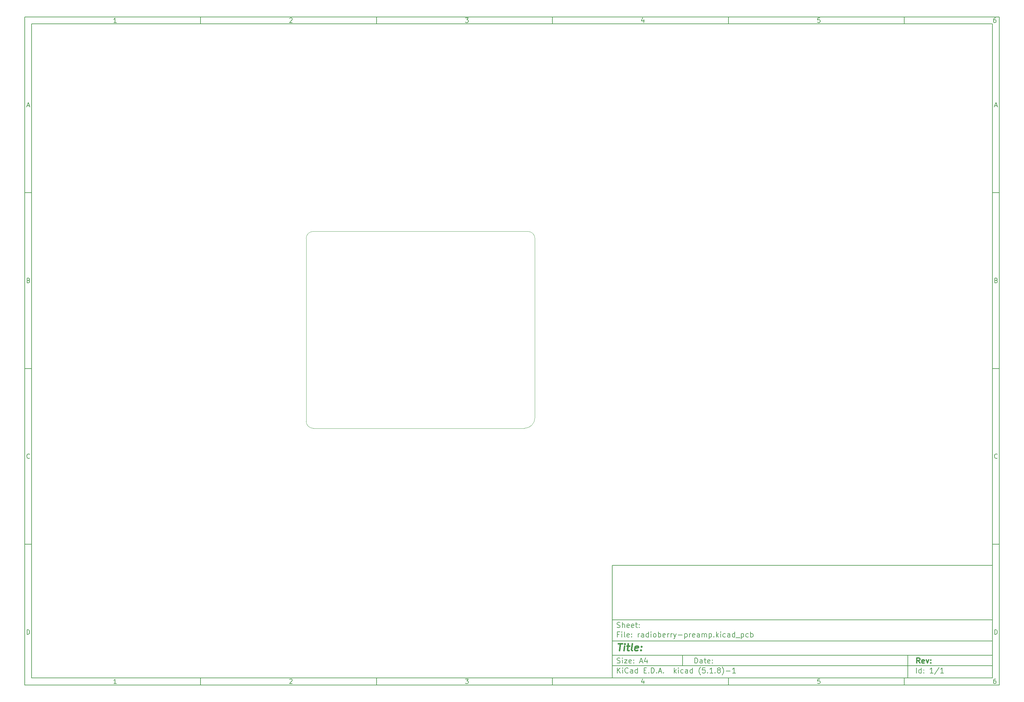
<source format=gm1>
%TF.GenerationSoftware,KiCad,Pcbnew,(5.1.8)-1*%
%TF.CreationDate,2020-12-20T16:15:32+01:00*%
%TF.ProjectId,radioberry-preamp,72616469-6f62-4657-9272-792d70726561,rev?*%
%TF.SameCoordinates,Original*%
%TF.FileFunction,Profile,NP*%
%FSLAX46Y46*%
G04 Gerber Fmt 4.6, Leading zero omitted, Abs format (unit mm)*
G04 Created by KiCad (PCBNEW (5.1.8)-1) date 2020-12-20 16:15:32*
%MOMM*%
%LPD*%
G01*
G04 APERTURE LIST*
%ADD10C,0.100000*%
%ADD11C,0.150000*%
%ADD12C,0.300000*%
%ADD13C,0.400000*%
%TA.AperFunction,Profile*%
%ADD14C,0.050000*%
%TD*%
G04 APERTURE END LIST*
D10*
D11*
X177002200Y-166007200D02*
X177002200Y-198007200D01*
X285002200Y-198007200D01*
X285002200Y-166007200D01*
X177002200Y-166007200D01*
D10*
D11*
X10000000Y-10000000D02*
X10000000Y-200007200D01*
X287002200Y-200007200D01*
X287002200Y-10000000D01*
X10000000Y-10000000D01*
D10*
D11*
X12000000Y-12000000D02*
X12000000Y-198007200D01*
X285002200Y-198007200D01*
X285002200Y-12000000D01*
X12000000Y-12000000D01*
D10*
D11*
X60000000Y-12000000D02*
X60000000Y-10000000D01*
D10*
D11*
X110000000Y-12000000D02*
X110000000Y-10000000D01*
D10*
D11*
X160000000Y-12000000D02*
X160000000Y-10000000D01*
D10*
D11*
X210000000Y-12000000D02*
X210000000Y-10000000D01*
D10*
D11*
X260000000Y-12000000D02*
X260000000Y-10000000D01*
D10*
D11*
X36065476Y-11588095D02*
X35322619Y-11588095D01*
X35694047Y-11588095D02*
X35694047Y-10288095D01*
X35570238Y-10473809D01*
X35446428Y-10597619D01*
X35322619Y-10659523D01*
D10*
D11*
X85322619Y-10411904D02*
X85384523Y-10350000D01*
X85508333Y-10288095D01*
X85817857Y-10288095D01*
X85941666Y-10350000D01*
X86003571Y-10411904D01*
X86065476Y-10535714D01*
X86065476Y-10659523D01*
X86003571Y-10845238D01*
X85260714Y-11588095D01*
X86065476Y-11588095D01*
D10*
D11*
X135260714Y-10288095D02*
X136065476Y-10288095D01*
X135632142Y-10783333D01*
X135817857Y-10783333D01*
X135941666Y-10845238D01*
X136003571Y-10907142D01*
X136065476Y-11030952D01*
X136065476Y-11340476D01*
X136003571Y-11464285D01*
X135941666Y-11526190D01*
X135817857Y-11588095D01*
X135446428Y-11588095D01*
X135322619Y-11526190D01*
X135260714Y-11464285D01*
D10*
D11*
X185941666Y-10721428D02*
X185941666Y-11588095D01*
X185632142Y-10226190D02*
X185322619Y-11154761D01*
X186127380Y-11154761D01*
D10*
D11*
X236003571Y-10288095D02*
X235384523Y-10288095D01*
X235322619Y-10907142D01*
X235384523Y-10845238D01*
X235508333Y-10783333D01*
X235817857Y-10783333D01*
X235941666Y-10845238D01*
X236003571Y-10907142D01*
X236065476Y-11030952D01*
X236065476Y-11340476D01*
X236003571Y-11464285D01*
X235941666Y-11526190D01*
X235817857Y-11588095D01*
X235508333Y-11588095D01*
X235384523Y-11526190D01*
X235322619Y-11464285D01*
D10*
D11*
X285941666Y-10288095D02*
X285694047Y-10288095D01*
X285570238Y-10350000D01*
X285508333Y-10411904D01*
X285384523Y-10597619D01*
X285322619Y-10845238D01*
X285322619Y-11340476D01*
X285384523Y-11464285D01*
X285446428Y-11526190D01*
X285570238Y-11588095D01*
X285817857Y-11588095D01*
X285941666Y-11526190D01*
X286003571Y-11464285D01*
X286065476Y-11340476D01*
X286065476Y-11030952D01*
X286003571Y-10907142D01*
X285941666Y-10845238D01*
X285817857Y-10783333D01*
X285570238Y-10783333D01*
X285446428Y-10845238D01*
X285384523Y-10907142D01*
X285322619Y-11030952D01*
D10*
D11*
X60000000Y-198007200D02*
X60000000Y-200007200D01*
D10*
D11*
X110000000Y-198007200D02*
X110000000Y-200007200D01*
D10*
D11*
X160000000Y-198007200D02*
X160000000Y-200007200D01*
D10*
D11*
X210000000Y-198007200D02*
X210000000Y-200007200D01*
D10*
D11*
X260000000Y-198007200D02*
X260000000Y-200007200D01*
D10*
D11*
X36065476Y-199595295D02*
X35322619Y-199595295D01*
X35694047Y-199595295D02*
X35694047Y-198295295D01*
X35570238Y-198481009D01*
X35446428Y-198604819D01*
X35322619Y-198666723D01*
D10*
D11*
X85322619Y-198419104D02*
X85384523Y-198357200D01*
X85508333Y-198295295D01*
X85817857Y-198295295D01*
X85941666Y-198357200D01*
X86003571Y-198419104D01*
X86065476Y-198542914D01*
X86065476Y-198666723D01*
X86003571Y-198852438D01*
X85260714Y-199595295D01*
X86065476Y-199595295D01*
D10*
D11*
X135260714Y-198295295D02*
X136065476Y-198295295D01*
X135632142Y-198790533D01*
X135817857Y-198790533D01*
X135941666Y-198852438D01*
X136003571Y-198914342D01*
X136065476Y-199038152D01*
X136065476Y-199347676D01*
X136003571Y-199471485D01*
X135941666Y-199533390D01*
X135817857Y-199595295D01*
X135446428Y-199595295D01*
X135322619Y-199533390D01*
X135260714Y-199471485D01*
D10*
D11*
X185941666Y-198728628D02*
X185941666Y-199595295D01*
X185632142Y-198233390D02*
X185322619Y-199161961D01*
X186127380Y-199161961D01*
D10*
D11*
X236003571Y-198295295D02*
X235384523Y-198295295D01*
X235322619Y-198914342D01*
X235384523Y-198852438D01*
X235508333Y-198790533D01*
X235817857Y-198790533D01*
X235941666Y-198852438D01*
X236003571Y-198914342D01*
X236065476Y-199038152D01*
X236065476Y-199347676D01*
X236003571Y-199471485D01*
X235941666Y-199533390D01*
X235817857Y-199595295D01*
X235508333Y-199595295D01*
X235384523Y-199533390D01*
X235322619Y-199471485D01*
D10*
D11*
X285941666Y-198295295D02*
X285694047Y-198295295D01*
X285570238Y-198357200D01*
X285508333Y-198419104D01*
X285384523Y-198604819D01*
X285322619Y-198852438D01*
X285322619Y-199347676D01*
X285384523Y-199471485D01*
X285446428Y-199533390D01*
X285570238Y-199595295D01*
X285817857Y-199595295D01*
X285941666Y-199533390D01*
X286003571Y-199471485D01*
X286065476Y-199347676D01*
X286065476Y-199038152D01*
X286003571Y-198914342D01*
X285941666Y-198852438D01*
X285817857Y-198790533D01*
X285570238Y-198790533D01*
X285446428Y-198852438D01*
X285384523Y-198914342D01*
X285322619Y-199038152D01*
D10*
D11*
X10000000Y-60000000D02*
X12000000Y-60000000D01*
D10*
D11*
X10000000Y-110000000D02*
X12000000Y-110000000D01*
D10*
D11*
X10000000Y-160000000D02*
X12000000Y-160000000D01*
D10*
D11*
X10690476Y-35216666D02*
X11309523Y-35216666D01*
X10566666Y-35588095D02*
X11000000Y-34288095D01*
X11433333Y-35588095D01*
D10*
D11*
X11092857Y-84907142D02*
X11278571Y-84969047D01*
X11340476Y-85030952D01*
X11402380Y-85154761D01*
X11402380Y-85340476D01*
X11340476Y-85464285D01*
X11278571Y-85526190D01*
X11154761Y-85588095D01*
X10659523Y-85588095D01*
X10659523Y-84288095D01*
X11092857Y-84288095D01*
X11216666Y-84350000D01*
X11278571Y-84411904D01*
X11340476Y-84535714D01*
X11340476Y-84659523D01*
X11278571Y-84783333D01*
X11216666Y-84845238D01*
X11092857Y-84907142D01*
X10659523Y-84907142D01*
D10*
D11*
X11402380Y-135464285D02*
X11340476Y-135526190D01*
X11154761Y-135588095D01*
X11030952Y-135588095D01*
X10845238Y-135526190D01*
X10721428Y-135402380D01*
X10659523Y-135278571D01*
X10597619Y-135030952D01*
X10597619Y-134845238D01*
X10659523Y-134597619D01*
X10721428Y-134473809D01*
X10845238Y-134350000D01*
X11030952Y-134288095D01*
X11154761Y-134288095D01*
X11340476Y-134350000D01*
X11402380Y-134411904D01*
D10*
D11*
X10659523Y-185588095D02*
X10659523Y-184288095D01*
X10969047Y-184288095D01*
X11154761Y-184350000D01*
X11278571Y-184473809D01*
X11340476Y-184597619D01*
X11402380Y-184845238D01*
X11402380Y-185030952D01*
X11340476Y-185278571D01*
X11278571Y-185402380D01*
X11154761Y-185526190D01*
X10969047Y-185588095D01*
X10659523Y-185588095D01*
D10*
D11*
X287002200Y-60000000D02*
X285002200Y-60000000D01*
D10*
D11*
X287002200Y-110000000D02*
X285002200Y-110000000D01*
D10*
D11*
X287002200Y-160000000D02*
X285002200Y-160000000D01*
D10*
D11*
X285692676Y-35216666D02*
X286311723Y-35216666D01*
X285568866Y-35588095D02*
X286002200Y-34288095D01*
X286435533Y-35588095D01*
D10*
D11*
X286095057Y-84907142D02*
X286280771Y-84969047D01*
X286342676Y-85030952D01*
X286404580Y-85154761D01*
X286404580Y-85340476D01*
X286342676Y-85464285D01*
X286280771Y-85526190D01*
X286156961Y-85588095D01*
X285661723Y-85588095D01*
X285661723Y-84288095D01*
X286095057Y-84288095D01*
X286218866Y-84350000D01*
X286280771Y-84411904D01*
X286342676Y-84535714D01*
X286342676Y-84659523D01*
X286280771Y-84783333D01*
X286218866Y-84845238D01*
X286095057Y-84907142D01*
X285661723Y-84907142D01*
D10*
D11*
X286404580Y-135464285D02*
X286342676Y-135526190D01*
X286156961Y-135588095D01*
X286033152Y-135588095D01*
X285847438Y-135526190D01*
X285723628Y-135402380D01*
X285661723Y-135278571D01*
X285599819Y-135030952D01*
X285599819Y-134845238D01*
X285661723Y-134597619D01*
X285723628Y-134473809D01*
X285847438Y-134350000D01*
X286033152Y-134288095D01*
X286156961Y-134288095D01*
X286342676Y-134350000D01*
X286404580Y-134411904D01*
D10*
D11*
X285661723Y-185588095D02*
X285661723Y-184288095D01*
X285971247Y-184288095D01*
X286156961Y-184350000D01*
X286280771Y-184473809D01*
X286342676Y-184597619D01*
X286404580Y-184845238D01*
X286404580Y-185030952D01*
X286342676Y-185278571D01*
X286280771Y-185402380D01*
X286156961Y-185526190D01*
X285971247Y-185588095D01*
X285661723Y-185588095D01*
D10*
D11*
X200434342Y-193785771D02*
X200434342Y-192285771D01*
X200791485Y-192285771D01*
X201005771Y-192357200D01*
X201148628Y-192500057D01*
X201220057Y-192642914D01*
X201291485Y-192928628D01*
X201291485Y-193142914D01*
X201220057Y-193428628D01*
X201148628Y-193571485D01*
X201005771Y-193714342D01*
X200791485Y-193785771D01*
X200434342Y-193785771D01*
X202577200Y-193785771D02*
X202577200Y-193000057D01*
X202505771Y-192857200D01*
X202362914Y-192785771D01*
X202077200Y-192785771D01*
X201934342Y-192857200D01*
X202577200Y-193714342D02*
X202434342Y-193785771D01*
X202077200Y-193785771D01*
X201934342Y-193714342D01*
X201862914Y-193571485D01*
X201862914Y-193428628D01*
X201934342Y-193285771D01*
X202077200Y-193214342D01*
X202434342Y-193214342D01*
X202577200Y-193142914D01*
X203077200Y-192785771D02*
X203648628Y-192785771D01*
X203291485Y-192285771D02*
X203291485Y-193571485D01*
X203362914Y-193714342D01*
X203505771Y-193785771D01*
X203648628Y-193785771D01*
X204720057Y-193714342D02*
X204577200Y-193785771D01*
X204291485Y-193785771D01*
X204148628Y-193714342D01*
X204077200Y-193571485D01*
X204077200Y-193000057D01*
X204148628Y-192857200D01*
X204291485Y-192785771D01*
X204577200Y-192785771D01*
X204720057Y-192857200D01*
X204791485Y-193000057D01*
X204791485Y-193142914D01*
X204077200Y-193285771D01*
X205434342Y-193642914D02*
X205505771Y-193714342D01*
X205434342Y-193785771D01*
X205362914Y-193714342D01*
X205434342Y-193642914D01*
X205434342Y-193785771D01*
X205434342Y-192857200D02*
X205505771Y-192928628D01*
X205434342Y-193000057D01*
X205362914Y-192928628D01*
X205434342Y-192857200D01*
X205434342Y-193000057D01*
D10*
D11*
X177002200Y-194507200D02*
X285002200Y-194507200D01*
D10*
D11*
X178434342Y-196585771D02*
X178434342Y-195085771D01*
X179291485Y-196585771D02*
X178648628Y-195728628D01*
X179291485Y-195085771D02*
X178434342Y-195942914D01*
X179934342Y-196585771D02*
X179934342Y-195585771D01*
X179934342Y-195085771D02*
X179862914Y-195157200D01*
X179934342Y-195228628D01*
X180005771Y-195157200D01*
X179934342Y-195085771D01*
X179934342Y-195228628D01*
X181505771Y-196442914D02*
X181434342Y-196514342D01*
X181220057Y-196585771D01*
X181077200Y-196585771D01*
X180862914Y-196514342D01*
X180720057Y-196371485D01*
X180648628Y-196228628D01*
X180577200Y-195942914D01*
X180577200Y-195728628D01*
X180648628Y-195442914D01*
X180720057Y-195300057D01*
X180862914Y-195157200D01*
X181077200Y-195085771D01*
X181220057Y-195085771D01*
X181434342Y-195157200D01*
X181505771Y-195228628D01*
X182791485Y-196585771D02*
X182791485Y-195800057D01*
X182720057Y-195657200D01*
X182577200Y-195585771D01*
X182291485Y-195585771D01*
X182148628Y-195657200D01*
X182791485Y-196514342D02*
X182648628Y-196585771D01*
X182291485Y-196585771D01*
X182148628Y-196514342D01*
X182077200Y-196371485D01*
X182077200Y-196228628D01*
X182148628Y-196085771D01*
X182291485Y-196014342D01*
X182648628Y-196014342D01*
X182791485Y-195942914D01*
X184148628Y-196585771D02*
X184148628Y-195085771D01*
X184148628Y-196514342D02*
X184005771Y-196585771D01*
X183720057Y-196585771D01*
X183577200Y-196514342D01*
X183505771Y-196442914D01*
X183434342Y-196300057D01*
X183434342Y-195871485D01*
X183505771Y-195728628D01*
X183577200Y-195657200D01*
X183720057Y-195585771D01*
X184005771Y-195585771D01*
X184148628Y-195657200D01*
X186005771Y-195800057D02*
X186505771Y-195800057D01*
X186720057Y-196585771D02*
X186005771Y-196585771D01*
X186005771Y-195085771D01*
X186720057Y-195085771D01*
X187362914Y-196442914D02*
X187434342Y-196514342D01*
X187362914Y-196585771D01*
X187291485Y-196514342D01*
X187362914Y-196442914D01*
X187362914Y-196585771D01*
X188077200Y-196585771D02*
X188077200Y-195085771D01*
X188434342Y-195085771D01*
X188648628Y-195157200D01*
X188791485Y-195300057D01*
X188862914Y-195442914D01*
X188934342Y-195728628D01*
X188934342Y-195942914D01*
X188862914Y-196228628D01*
X188791485Y-196371485D01*
X188648628Y-196514342D01*
X188434342Y-196585771D01*
X188077200Y-196585771D01*
X189577200Y-196442914D02*
X189648628Y-196514342D01*
X189577200Y-196585771D01*
X189505771Y-196514342D01*
X189577200Y-196442914D01*
X189577200Y-196585771D01*
X190220057Y-196157200D02*
X190934342Y-196157200D01*
X190077200Y-196585771D02*
X190577200Y-195085771D01*
X191077200Y-196585771D01*
X191577200Y-196442914D02*
X191648628Y-196514342D01*
X191577200Y-196585771D01*
X191505771Y-196514342D01*
X191577200Y-196442914D01*
X191577200Y-196585771D01*
X194577200Y-196585771D02*
X194577200Y-195085771D01*
X194720057Y-196014342D02*
X195148628Y-196585771D01*
X195148628Y-195585771D02*
X194577200Y-196157200D01*
X195791485Y-196585771D02*
X195791485Y-195585771D01*
X195791485Y-195085771D02*
X195720057Y-195157200D01*
X195791485Y-195228628D01*
X195862914Y-195157200D01*
X195791485Y-195085771D01*
X195791485Y-195228628D01*
X197148628Y-196514342D02*
X197005771Y-196585771D01*
X196720057Y-196585771D01*
X196577200Y-196514342D01*
X196505771Y-196442914D01*
X196434342Y-196300057D01*
X196434342Y-195871485D01*
X196505771Y-195728628D01*
X196577200Y-195657200D01*
X196720057Y-195585771D01*
X197005771Y-195585771D01*
X197148628Y-195657200D01*
X198434342Y-196585771D02*
X198434342Y-195800057D01*
X198362914Y-195657200D01*
X198220057Y-195585771D01*
X197934342Y-195585771D01*
X197791485Y-195657200D01*
X198434342Y-196514342D02*
X198291485Y-196585771D01*
X197934342Y-196585771D01*
X197791485Y-196514342D01*
X197720057Y-196371485D01*
X197720057Y-196228628D01*
X197791485Y-196085771D01*
X197934342Y-196014342D01*
X198291485Y-196014342D01*
X198434342Y-195942914D01*
X199791485Y-196585771D02*
X199791485Y-195085771D01*
X199791485Y-196514342D02*
X199648628Y-196585771D01*
X199362914Y-196585771D01*
X199220057Y-196514342D01*
X199148628Y-196442914D01*
X199077200Y-196300057D01*
X199077200Y-195871485D01*
X199148628Y-195728628D01*
X199220057Y-195657200D01*
X199362914Y-195585771D01*
X199648628Y-195585771D01*
X199791485Y-195657200D01*
X202077200Y-197157200D02*
X202005771Y-197085771D01*
X201862914Y-196871485D01*
X201791485Y-196728628D01*
X201720057Y-196514342D01*
X201648628Y-196157200D01*
X201648628Y-195871485D01*
X201720057Y-195514342D01*
X201791485Y-195300057D01*
X201862914Y-195157200D01*
X202005771Y-194942914D01*
X202077200Y-194871485D01*
X203362914Y-195085771D02*
X202648628Y-195085771D01*
X202577200Y-195800057D01*
X202648628Y-195728628D01*
X202791485Y-195657200D01*
X203148628Y-195657200D01*
X203291485Y-195728628D01*
X203362914Y-195800057D01*
X203434342Y-195942914D01*
X203434342Y-196300057D01*
X203362914Y-196442914D01*
X203291485Y-196514342D01*
X203148628Y-196585771D01*
X202791485Y-196585771D01*
X202648628Y-196514342D01*
X202577200Y-196442914D01*
X204077200Y-196442914D02*
X204148628Y-196514342D01*
X204077200Y-196585771D01*
X204005771Y-196514342D01*
X204077200Y-196442914D01*
X204077200Y-196585771D01*
X205577200Y-196585771D02*
X204720057Y-196585771D01*
X205148628Y-196585771D02*
X205148628Y-195085771D01*
X205005771Y-195300057D01*
X204862914Y-195442914D01*
X204720057Y-195514342D01*
X206220057Y-196442914D02*
X206291485Y-196514342D01*
X206220057Y-196585771D01*
X206148628Y-196514342D01*
X206220057Y-196442914D01*
X206220057Y-196585771D01*
X207148628Y-195728628D02*
X207005771Y-195657200D01*
X206934342Y-195585771D01*
X206862914Y-195442914D01*
X206862914Y-195371485D01*
X206934342Y-195228628D01*
X207005771Y-195157200D01*
X207148628Y-195085771D01*
X207434342Y-195085771D01*
X207577200Y-195157200D01*
X207648628Y-195228628D01*
X207720057Y-195371485D01*
X207720057Y-195442914D01*
X207648628Y-195585771D01*
X207577200Y-195657200D01*
X207434342Y-195728628D01*
X207148628Y-195728628D01*
X207005771Y-195800057D01*
X206934342Y-195871485D01*
X206862914Y-196014342D01*
X206862914Y-196300057D01*
X206934342Y-196442914D01*
X207005771Y-196514342D01*
X207148628Y-196585771D01*
X207434342Y-196585771D01*
X207577200Y-196514342D01*
X207648628Y-196442914D01*
X207720057Y-196300057D01*
X207720057Y-196014342D01*
X207648628Y-195871485D01*
X207577200Y-195800057D01*
X207434342Y-195728628D01*
X208220057Y-197157200D02*
X208291485Y-197085771D01*
X208434342Y-196871485D01*
X208505771Y-196728628D01*
X208577200Y-196514342D01*
X208648628Y-196157200D01*
X208648628Y-195871485D01*
X208577200Y-195514342D01*
X208505771Y-195300057D01*
X208434342Y-195157200D01*
X208291485Y-194942914D01*
X208220057Y-194871485D01*
X209362914Y-196014342D02*
X210505771Y-196014342D01*
X212005771Y-196585771D02*
X211148628Y-196585771D01*
X211577200Y-196585771D02*
X211577200Y-195085771D01*
X211434342Y-195300057D01*
X211291485Y-195442914D01*
X211148628Y-195514342D01*
D10*
D11*
X177002200Y-191507200D02*
X285002200Y-191507200D01*
D10*
D12*
X264411485Y-193785771D02*
X263911485Y-193071485D01*
X263554342Y-193785771D02*
X263554342Y-192285771D01*
X264125771Y-192285771D01*
X264268628Y-192357200D01*
X264340057Y-192428628D01*
X264411485Y-192571485D01*
X264411485Y-192785771D01*
X264340057Y-192928628D01*
X264268628Y-193000057D01*
X264125771Y-193071485D01*
X263554342Y-193071485D01*
X265625771Y-193714342D02*
X265482914Y-193785771D01*
X265197200Y-193785771D01*
X265054342Y-193714342D01*
X264982914Y-193571485D01*
X264982914Y-193000057D01*
X265054342Y-192857200D01*
X265197200Y-192785771D01*
X265482914Y-192785771D01*
X265625771Y-192857200D01*
X265697200Y-193000057D01*
X265697200Y-193142914D01*
X264982914Y-193285771D01*
X266197200Y-192785771D02*
X266554342Y-193785771D01*
X266911485Y-192785771D01*
X267482914Y-193642914D02*
X267554342Y-193714342D01*
X267482914Y-193785771D01*
X267411485Y-193714342D01*
X267482914Y-193642914D01*
X267482914Y-193785771D01*
X267482914Y-192857200D02*
X267554342Y-192928628D01*
X267482914Y-193000057D01*
X267411485Y-192928628D01*
X267482914Y-192857200D01*
X267482914Y-193000057D01*
D10*
D11*
X178362914Y-193714342D02*
X178577200Y-193785771D01*
X178934342Y-193785771D01*
X179077200Y-193714342D01*
X179148628Y-193642914D01*
X179220057Y-193500057D01*
X179220057Y-193357200D01*
X179148628Y-193214342D01*
X179077200Y-193142914D01*
X178934342Y-193071485D01*
X178648628Y-193000057D01*
X178505771Y-192928628D01*
X178434342Y-192857200D01*
X178362914Y-192714342D01*
X178362914Y-192571485D01*
X178434342Y-192428628D01*
X178505771Y-192357200D01*
X178648628Y-192285771D01*
X179005771Y-192285771D01*
X179220057Y-192357200D01*
X179862914Y-193785771D02*
X179862914Y-192785771D01*
X179862914Y-192285771D02*
X179791485Y-192357200D01*
X179862914Y-192428628D01*
X179934342Y-192357200D01*
X179862914Y-192285771D01*
X179862914Y-192428628D01*
X180434342Y-192785771D02*
X181220057Y-192785771D01*
X180434342Y-193785771D01*
X181220057Y-193785771D01*
X182362914Y-193714342D02*
X182220057Y-193785771D01*
X181934342Y-193785771D01*
X181791485Y-193714342D01*
X181720057Y-193571485D01*
X181720057Y-193000057D01*
X181791485Y-192857200D01*
X181934342Y-192785771D01*
X182220057Y-192785771D01*
X182362914Y-192857200D01*
X182434342Y-193000057D01*
X182434342Y-193142914D01*
X181720057Y-193285771D01*
X183077200Y-193642914D02*
X183148628Y-193714342D01*
X183077200Y-193785771D01*
X183005771Y-193714342D01*
X183077200Y-193642914D01*
X183077200Y-193785771D01*
X183077200Y-192857200D02*
X183148628Y-192928628D01*
X183077200Y-193000057D01*
X183005771Y-192928628D01*
X183077200Y-192857200D01*
X183077200Y-193000057D01*
X184862914Y-193357200D02*
X185577200Y-193357200D01*
X184720057Y-193785771D02*
X185220057Y-192285771D01*
X185720057Y-193785771D01*
X186862914Y-192785771D02*
X186862914Y-193785771D01*
X186505771Y-192214342D02*
X186148628Y-193285771D01*
X187077200Y-193285771D01*
D10*
D11*
X263434342Y-196585771D02*
X263434342Y-195085771D01*
X264791485Y-196585771D02*
X264791485Y-195085771D01*
X264791485Y-196514342D02*
X264648628Y-196585771D01*
X264362914Y-196585771D01*
X264220057Y-196514342D01*
X264148628Y-196442914D01*
X264077200Y-196300057D01*
X264077200Y-195871485D01*
X264148628Y-195728628D01*
X264220057Y-195657200D01*
X264362914Y-195585771D01*
X264648628Y-195585771D01*
X264791485Y-195657200D01*
X265505771Y-196442914D02*
X265577200Y-196514342D01*
X265505771Y-196585771D01*
X265434342Y-196514342D01*
X265505771Y-196442914D01*
X265505771Y-196585771D01*
X265505771Y-195657200D02*
X265577200Y-195728628D01*
X265505771Y-195800057D01*
X265434342Y-195728628D01*
X265505771Y-195657200D01*
X265505771Y-195800057D01*
X268148628Y-196585771D02*
X267291485Y-196585771D01*
X267720057Y-196585771D02*
X267720057Y-195085771D01*
X267577200Y-195300057D01*
X267434342Y-195442914D01*
X267291485Y-195514342D01*
X269862914Y-195014342D02*
X268577200Y-196942914D01*
X271148628Y-196585771D02*
X270291485Y-196585771D01*
X270720057Y-196585771D02*
X270720057Y-195085771D01*
X270577200Y-195300057D01*
X270434342Y-195442914D01*
X270291485Y-195514342D01*
D10*
D11*
X177002200Y-187507200D02*
X285002200Y-187507200D01*
D10*
D13*
X178714580Y-188211961D02*
X179857438Y-188211961D01*
X179036009Y-190211961D02*
X179286009Y-188211961D01*
X180274104Y-190211961D02*
X180440771Y-188878628D01*
X180524104Y-188211961D02*
X180416961Y-188307200D01*
X180500295Y-188402438D01*
X180607438Y-188307200D01*
X180524104Y-188211961D01*
X180500295Y-188402438D01*
X181107438Y-188878628D02*
X181869342Y-188878628D01*
X181476485Y-188211961D02*
X181262200Y-189926247D01*
X181333628Y-190116723D01*
X181512200Y-190211961D01*
X181702676Y-190211961D01*
X182655057Y-190211961D02*
X182476485Y-190116723D01*
X182405057Y-189926247D01*
X182619342Y-188211961D01*
X184190771Y-190116723D02*
X183988390Y-190211961D01*
X183607438Y-190211961D01*
X183428866Y-190116723D01*
X183357438Y-189926247D01*
X183452676Y-189164342D01*
X183571723Y-188973866D01*
X183774104Y-188878628D01*
X184155057Y-188878628D01*
X184333628Y-188973866D01*
X184405057Y-189164342D01*
X184381247Y-189354819D01*
X183405057Y-189545295D01*
X185155057Y-190021485D02*
X185238390Y-190116723D01*
X185131247Y-190211961D01*
X185047914Y-190116723D01*
X185155057Y-190021485D01*
X185131247Y-190211961D01*
X185286009Y-188973866D02*
X185369342Y-189069104D01*
X185262200Y-189164342D01*
X185178866Y-189069104D01*
X185286009Y-188973866D01*
X185262200Y-189164342D01*
D10*
D11*
X178934342Y-185600057D02*
X178434342Y-185600057D01*
X178434342Y-186385771D02*
X178434342Y-184885771D01*
X179148628Y-184885771D01*
X179720057Y-186385771D02*
X179720057Y-185385771D01*
X179720057Y-184885771D02*
X179648628Y-184957200D01*
X179720057Y-185028628D01*
X179791485Y-184957200D01*
X179720057Y-184885771D01*
X179720057Y-185028628D01*
X180648628Y-186385771D02*
X180505771Y-186314342D01*
X180434342Y-186171485D01*
X180434342Y-184885771D01*
X181791485Y-186314342D02*
X181648628Y-186385771D01*
X181362914Y-186385771D01*
X181220057Y-186314342D01*
X181148628Y-186171485D01*
X181148628Y-185600057D01*
X181220057Y-185457200D01*
X181362914Y-185385771D01*
X181648628Y-185385771D01*
X181791485Y-185457200D01*
X181862914Y-185600057D01*
X181862914Y-185742914D01*
X181148628Y-185885771D01*
X182505771Y-186242914D02*
X182577200Y-186314342D01*
X182505771Y-186385771D01*
X182434342Y-186314342D01*
X182505771Y-186242914D01*
X182505771Y-186385771D01*
X182505771Y-185457200D02*
X182577200Y-185528628D01*
X182505771Y-185600057D01*
X182434342Y-185528628D01*
X182505771Y-185457200D01*
X182505771Y-185600057D01*
X184362914Y-186385771D02*
X184362914Y-185385771D01*
X184362914Y-185671485D02*
X184434342Y-185528628D01*
X184505771Y-185457200D01*
X184648628Y-185385771D01*
X184791485Y-185385771D01*
X185934342Y-186385771D02*
X185934342Y-185600057D01*
X185862914Y-185457200D01*
X185720057Y-185385771D01*
X185434342Y-185385771D01*
X185291485Y-185457200D01*
X185934342Y-186314342D02*
X185791485Y-186385771D01*
X185434342Y-186385771D01*
X185291485Y-186314342D01*
X185220057Y-186171485D01*
X185220057Y-186028628D01*
X185291485Y-185885771D01*
X185434342Y-185814342D01*
X185791485Y-185814342D01*
X185934342Y-185742914D01*
X187291485Y-186385771D02*
X187291485Y-184885771D01*
X187291485Y-186314342D02*
X187148628Y-186385771D01*
X186862914Y-186385771D01*
X186720057Y-186314342D01*
X186648628Y-186242914D01*
X186577200Y-186100057D01*
X186577200Y-185671485D01*
X186648628Y-185528628D01*
X186720057Y-185457200D01*
X186862914Y-185385771D01*
X187148628Y-185385771D01*
X187291485Y-185457200D01*
X188005771Y-186385771D02*
X188005771Y-185385771D01*
X188005771Y-184885771D02*
X187934342Y-184957200D01*
X188005771Y-185028628D01*
X188077200Y-184957200D01*
X188005771Y-184885771D01*
X188005771Y-185028628D01*
X188934342Y-186385771D02*
X188791485Y-186314342D01*
X188720057Y-186242914D01*
X188648628Y-186100057D01*
X188648628Y-185671485D01*
X188720057Y-185528628D01*
X188791485Y-185457200D01*
X188934342Y-185385771D01*
X189148628Y-185385771D01*
X189291485Y-185457200D01*
X189362914Y-185528628D01*
X189434342Y-185671485D01*
X189434342Y-186100057D01*
X189362914Y-186242914D01*
X189291485Y-186314342D01*
X189148628Y-186385771D01*
X188934342Y-186385771D01*
X190077200Y-186385771D02*
X190077200Y-184885771D01*
X190077200Y-185457200D02*
X190220057Y-185385771D01*
X190505771Y-185385771D01*
X190648628Y-185457200D01*
X190720057Y-185528628D01*
X190791485Y-185671485D01*
X190791485Y-186100057D01*
X190720057Y-186242914D01*
X190648628Y-186314342D01*
X190505771Y-186385771D01*
X190220057Y-186385771D01*
X190077200Y-186314342D01*
X192005771Y-186314342D02*
X191862914Y-186385771D01*
X191577200Y-186385771D01*
X191434342Y-186314342D01*
X191362914Y-186171485D01*
X191362914Y-185600057D01*
X191434342Y-185457200D01*
X191577200Y-185385771D01*
X191862914Y-185385771D01*
X192005771Y-185457200D01*
X192077200Y-185600057D01*
X192077200Y-185742914D01*
X191362914Y-185885771D01*
X192720057Y-186385771D02*
X192720057Y-185385771D01*
X192720057Y-185671485D02*
X192791485Y-185528628D01*
X192862914Y-185457200D01*
X193005771Y-185385771D01*
X193148628Y-185385771D01*
X193648628Y-186385771D02*
X193648628Y-185385771D01*
X193648628Y-185671485D02*
X193720057Y-185528628D01*
X193791485Y-185457200D01*
X193934342Y-185385771D01*
X194077200Y-185385771D01*
X194434342Y-185385771D02*
X194791485Y-186385771D01*
X195148628Y-185385771D02*
X194791485Y-186385771D01*
X194648628Y-186742914D01*
X194577200Y-186814342D01*
X194434342Y-186885771D01*
X195720057Y-185814342D02*
X196862914Y-185814342D01*
X197577200Y-185385771D02*
X197577200Y-186885771D01*
X197577200Y-185457200D02*
X197720057Y-185385771D01*
X198005771Y-185385771D01*
X198148628Y-185457200D01*
X198220057Y-185528628D01*
X198291485Y-185671485D01*
X198291485Y-186100057D01*
X198220057Y-186242914D01*
X198148628Y-186314342D01*
X198005771Y-186385771D01*
X197720057Y-186385771D01*
X197577200Y-186314342D01*
X198934342Y-186385771D02*
X198934342Y-185385771D01*
X198934342Y-185671485D02*
X199005771Y-185528628D01*
X199077200Y-185457200D01*
X199220057Y-185385771D01*
X199362914Y-185385771D01*
X200434342Y-186314342D02*
X200291485Y-186385771D01*
X200005771Y-186385771D01*
X199862914Y-186314342D01*
X199791485Y-186171485D01*
X199791485Y-185600057D01*
X199862914Y-185457200D01*
X200005771Y-185385771D01*
X200291485Y-185385771D01*
X200434342Y-185457200D01*
X200505771Y-185600057D01*
X200505771Y-185742914D01*
X199791485Y-185885771D01*
X201791485Y-186385771D02*
X201791485Y-185600057D01*
X201720057Y-185457200D01*
X201577200Y-185385771D01*
X201291485Y-185385771D01*
X201148628Y-185457200D01*
X201791485Y-186314342D02*
X201648628Y-186385771D01*
X201291485Y-186385771D01*
X201148628Y-186314342D01*
X201077200Y-186171485D01*
X201077200Y-186028628D01*
X201148628Y-185885771D01*
X201291485Y-185814342D01*
X201648628Y-185814342D01*
X201791485Y-185742914D01*
X202505771Y-186385771D02*
X202505771Y-185385771D01*
X202505771Y-185528628D02*
X202577200Y-185457200D01*
X202720057Y-185385771D01*
X202934342Y-185385771D01*
X203077200Y-185457200D01*
X203148628Y-185600057D01*
X203148628Y-186385771D01*
X203148628Y-185600057D02*
X203220057Y-185457200D01*
X203362914Y-185385771D01*
X203577200Y-185385771D01*
X203720057Y-185457200D01*
X203791485Y-185600057D01*
X203791485Y-186385771D01*
X204505771Y-185385771D02*
X204505771Y-186885771D01*
X204505771Y-185457200D02*
X204648628Y-185385771D01*
X204934342Y-185385771D01*
X205077200Y-185457200D01*
X205148628Y-185528628D01*
X205220057Y-185671485D01*
X205220057Y-186100057D01*
X205148628Y-186242914D01*
X205077200Y-186314342D01*
X204934342Y-186385771D01*
X204648628Y-186385771D01*
X204505771Y-186314342D01*
X205862914Y-186242914D02*
X205934342Y-186314342D01*
X205862914Y-186385771D01*
X205791485Y-186314342D01*
X205862914Y-186242914D01*
X205862914Y-186385771D01*
X206577200Y-186385771D02*
X206577200Y-184885771D01*
X206720057Y-185814342D02*
X207148628Y-186385771D01*
X207148628Y-185385771D02*
X206577200Y-185957200D01*
X207791485Y-186385771D02*
X207791485Y-185385771D01*
X207791485Y-184885771D02*
X207720057Y-184957200D01*
X207791485Y-185028628D01*
X207862914Y-184957200D01*
X207791485Y-184885771D01*
X207791485Y-185028628D01*
X209148628Y-186314342D02*
X209005771Y-186385771D01*
X208720057Y-186385771D01*
X208577200Y-186314342D01*
X208505771Y-186242914D01*
X208434342Y-186100057D01*
X208434342Y-185671485D01*
X208505771Y-185528628D01*
X208577200Y-185457200D01*
X208720057Y-185385771D01*
X209005771Y-185385771D01*
X209148628Y-185457200D01*
X210434342Y-186385771D02*
X210434342Y-185600057D01*
X210362914Y-185457200D01*
X210220057Y-185385771D01*
X209934342Y-185385771D01*
X209791485Y-185457200D01*
X210434342Y-186314342D02*
X210291485Y-186385771D01*
X209934342Y-186385771D01*
X209791485Y-186314342D01*
X209720057Y-186171485D01*
X209720057Y-186028628D01*
X209791485Y-185885771D01*
X209934342Y-185814342D01*
X210291485Y-185814342D01*
X210434342Y-185742914D01*
X211791485Y-186385771D02*
X211791485Y-184885771D01*
X211791485Y-186314342D02*
X211648628Y-186385771D01*
X211362914Y-186385771D01*
X211220057Y-186314342D01*
X211148628Y-186242914D01*
X211077200Y-186100057D01*
X211077200Y-185671485D01*
X211148628Y-185528628D01*
X211220057Y-185457200D01*
X211362914Y-185385771D01*
X211648628Y-185385771D01*
X211791485Y-185457200D01*
X212148628Y-186528628D02*
X213291485Y-186528628D01*
X213648628Y-185385771D02*
X213648628Y-186885771D01*
X213648628Y-185457200D02*
X213791485Y-185385771D01*
X214077200Y-185385771D01*
X214220057Y-185457200D01*
X214291485Y-185528628D01*
X214362914Y-185671485D01*
X214362914Y-186100057D01*
X214291485Y-186242914D01*
X214220057Y-186314342D01*
X214077200Y-186385771D01*
X213791485Y-186385771D01*
X213648628Y-186314342D01*
X215648628Y-186314342D02*
X215505771Y-186385771D01*
X215220057Y-186385771D01*
X215077200Y-186314342D01*
X215005771Y-186242914D01*
X214934342Y-186100057D01*
X214934342Y-185671485D01*
X215005771Y-185528628D01*
X215077200Y-185457200D01*
X215220057Y-185385771D01*
X215505771Y-185385771D01*
X215648628Y-185457200D01*
X216291485Y-186385771D02*
X216291485Y-184885771D01*
X216291485Y-185457200D02*
X216434342Y-185385771D01*
X216720057Y-185385771D01*
X216862914Y-185457200D01*
X216934342Y-185528628D01*
X217005771Y-185671485D01*
X217005771Y-186100057D01*
X216934342Y-186242914D01*
X216862914Y-186314342D01*
X216720057Y-186385771D01*
X216434342Y-186385771D01*
X216291485Y-186314342D01*
D10*
D11*
X177002200Y-181507200D02*
X285002200Y-181507200D01*
D10*
D11*
X178362914Y-183614342D02*
X178577200Y-183685771D01*
X178934342Y-183685771D01*
X179077200Y-183614342D01*
X179148628Y-183542914D01*
X179220057Y-183400057D01*
X179220057Y-183257200D01*
X179148628Y-183114342D01*
X179077200Y-183042914D01*
X178934342Y-182971485D01*
X178648628Y-182900057D01*
X178505771Y-182828628D01*
X178434342Y-182757200D01*
X178362914Y-182614342D01*
X178362914Y-182471485D01*
X178434342Y-182328628D01*
X178505771Y-182257200D01*
X178648628Y-182185771D01*
X179005771Y-182185771D01*
X179220057Y-182257200D01*
X179862914Y-183685771D02*
X179862914Y-182185771D01*
X180505771Y-183685771D02*
X180505771Y-182900057D01*
X180434342Y-182757200D01*
X180291485Y-182685771D01*
X180077200Y-182685771D01*
X179934342Y-182757200D01*
X179862914Y-182828628D01*
X181791485Y-183614342D02*
X181648628Y-183685771D01*
X181362914Y-183685771D01*
X181220057Y-183614342D01*
X181148628Y-183471485D01*
X181148628Y-182900057D01*
X181220057Y-182757200D01*
X181362914Y-182685771D01*
X181648628Y-182685771D01*
X181791485Y-182757200D01*
X181862914Y-182900057D01*
X181862914Y-183042914D01*
X181148628Y-183185771D01*
X183077200Y-183614342D02*
X182934342Y-183685771D01*
X182648628Y-183685771D01*
X182505771Y-183614342D01*
X182434342Y-183471485D01*
X182434342Y-182900057D01*
X182505771Y-182757200D01*
X182648628Y-182685771D01*
X182934342Y-182685771D01*
X183077200Y-182757200D01*
X183148628Y-182900057D01*
X183148628Y-183042914D01*
X182434342Y-183185771D01*
X183577200Y-182685771D02*
X184148628Y-182685771D01*
X183791485Y-182185771D02*
X183791485Y-183471485D01*
X183862914Y-183614342D01*
X184005771Y-183685771D01*
X184148628Y-183685771D01*
X184648628Y-183542914D02*
X184720057Y-183614342D01*
X184648628Y-183685771D01*
X184577200Y-183614342D01*
X184648628Y-183542914D01*
X184648628Y-183685771D01*
X184648628Y-182757200D02*
X184720057Y-182828628D01*
X184648628Y-182900057D01*
X184577200Y-182828628D01*
X184648628Y-182757200D01*
X184648628Y-182900057D01*
D10*
D11*
X197002200Y-191507200D02*
X197002200Y-194507200D01*
D10*
D11*
X261002200Y-191507200D02*
X261002200Y-198007200D01*
D14*
X153000000Y-71000000D02*
G75*
G02*
X155000000Y-73000000I0J-2000000D01*
G01*
X90000000Y-73000000D02*
G75*
G02*
X92000000Y-71000000I2000000J0D01*
G01*
X90000000Y-73000000D02*
X90000000Y-125000000D01*
X153000000Y-71000000D02*
X92000000Y-71000000D01*
X155000000Y-124000000D02*
X155000000Y-73000000D01*
X155000000Y-124000000D02*
G75*
G02*
X152000000Y-127000000I-3000000J0D01*
G01*
X92000000Y-127000000D02*
G75*
G02*
X90000000Y-125000000I0J2000000D01*
G01*
X92000000Y-127000000D02*
X152000000Y-127000000D01*
M02*

</source>
